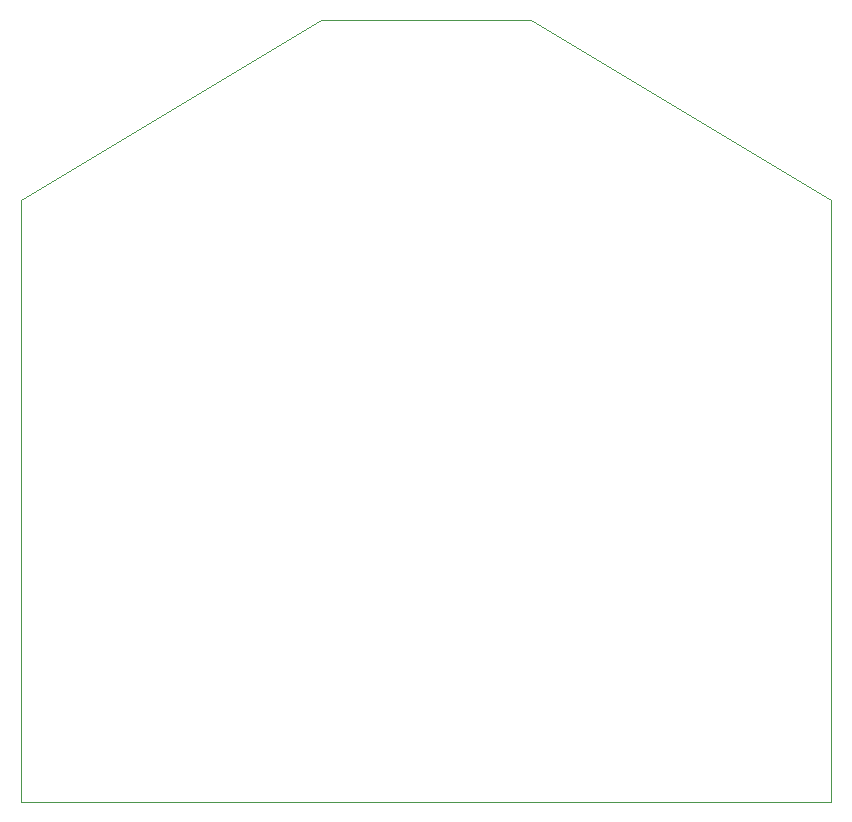
<source format=gbr>
%TF.GenerationSoftware,KiCad,Pcbnew,(6.0.4)*%
%TF.CreationDate,2022-06-08T19:20:38+01:00*%
%TF.ProjectId,Eiffel - Rev B,45696666-656c-4202-9d20-52657620422e,rev?*%
%TF.SameCoordinates,Original*%
%TF.FileFunction,Profile,NP*%
%FSLAX46Y46*%
G04 Gerber Fmt 4.6, Leading zero omitted, Abs format (unit mm)*
G04 Created by KiCad (PCBNEW (6.0.4)) date 2022-06-08 19:20:38*
%MOMM*%
%LPD*%
G01*
G04 APERTURE LIST*
%TA.AperFunction,Profile*%
%ADD10C,0.100000*%
%TD*%
G04 APERTURE END LIST*
D10*
X71120000Y-85090000D02*
X96520000Y-69850000D01*
X139700000Y-136070000D02*
X139700000Y-85090000D01*
X71120000Y-85090000D02*
X71120000Y-136070000D01*
X71120000Y-136070000D02*
X138430000Y-136070000D01*
X114300000Y-69850000D02*
X139700000Y-85090000D01*
X138430000Y-136070000D02*
X139700000Y-136070000D01*
X96520000Y-69850000D02*
X114300000Y-69850000D01*
M02*

</source>
